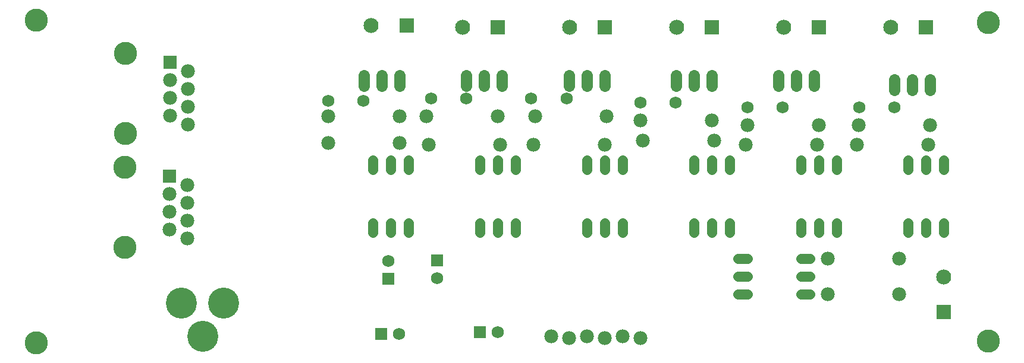
<source format=gbs>
G75*
G70*
%OFA0B0*%
%FSLAX24Y24*%
%IPPOS*%
%LPD*%
%AMOC8*
5,1,8,0,0,1.08239X$1,22.5*
%
%ADD10C,0.1300*%
%ADD11C,0.0780*%
%ADD12C,0.0560*%
%ADD13C,0.0640*%
%ADD14C,0.0690*%
%ADD15R,0.0840X0.0840*%
%ADD16C,0.0840*%
%ADD17R,0.0780X0.0780*%
%ADD18R,0.0690X0.0690*%
%ADD19C,0.1740*%
D10*
X001026Y001026D03*
X006017Y006406D03*
X006017Y010906D03*
X006026Y012776D03*
X006026Y017276D03*
X001026Y019151D03*
X054401Y019026D03*
X054400Y001132D03*
D11*
X049400Y003757D03*
X045400Y003757D03*
X045400Y005757D03*
X049400Y005757D03*
X034900Y001282D03*
X033900Y001382D03*
X032900Y001282D03*
X031900Y001382D03*
X030900Y001282D03*
X029900Y001382D03*
X009517Y006906D03*
X008517Y007406D03*
X009517Y007906D03*
X008517Y008406D03*
X009517Y008906D03*
X008517Y009406D03*
X009517Y009906D03*
X017400Y012257D03*
X017400Y013757D03*
X021400Y013757D03*
X022900Y013757D03*
X021400Y012257D03*
X023045Y012150D03*
X027045Y012150D03*
X028920Y012150D03*
X032920Y012150D03*
X035045Y012400D03*
X034900Y013507D03*
X033025Y013757D03*
X029025Y013757D03*
X026900Y013757D03*
X038900Y013507D03*
X040900Y013257D03*
X039045Y012400D03*
X040795Y012150D03*
X044795Y012150D03*
X047045Y012150D03*
X047150Y013257D03*
X044900Y013257D03*
X051045Y012150D03*
X051150Y013257D03*
X009526Y013276D03*
X008526Y013776D03*
X009526Y014276D03*
X008526Y014776D03*
X009526Y015276D03*
X008526Y015776D03*
X009526Y016276D03*
D12*
X019900Y011277D02*
X019900Y010757D01*
X020900Y010757D02*
X020900Y011277D01*
X021900Y011277D02*
X021900Y010757D01*
X025900Y010757D02*
X025900Y011277D01*
X026900Y011277D02*
X026900Y010757D01*
X027900Y010757D02*
X027900Y011277D01*
X031900Y011277D02*
X031900Y010757D01*
X032900Y010757D02*
X032900Y011277D01*
X033900Y011277D02*
X033900Y010757D01*
X037900Y010757D02*
X037900Y011277D01*
X038900Y011277D02*
X038900Y010757D01*
X039900Y010757D02*
X039900Y011277D01*
X043900Y011277D02*
X043900Y010757D01*
X044900Y010757D02*
X044900Y011277D01*
X045900Y011277D02*
X045900Y010757D01*
X049900Y010757D02*
X049900Y011277D01*
X050900Y011277D02*
X050900Y010757D01*
X051900Y010757D02*
X051900Y011277D01*
X051900Y007757D02*
X051900Y007237D01*
X050900Y007237D02*
X050900Y007757D01*
X049900Y007757D02*
X049900Y007237D01*
X045900Y007237D02*
X045900Y007757D01*
X044900Y007757D02*
X044900Y007237D01*
X043900Y007237D02*
X043900Y007757D01*
X039900Y007757D02*
X039900Y007237D01*
X038900Y007237D02*
X038900Y007757D01*
X037900Y007757D02*
X037900Y007237D01*
X040380Y005757D02*
X040900Y005757D01*
X040900Y004757D02*
X040380Y004757D01*
X040380Y003757D02*
X040900Y003757D01*
X043900Y003757D02*
X044420Y003757D01*
X044420Y004757D02*
X043900Y004757D01*
X043900Y005757D02*
X044420Y005757D01*
X033900Y007237D02*
X033900Y007757D01*
X032900Y007757D02*
X032900Y007237D01*
X031900Y007237D02*
X031900Y007757D01*
X027900Y007757D02*
X027900Y007237D01*
X026900Y007237D02*
X026900Y007757D01*
X025900Y007757D02*
X025900Y007237D01*
X021900Y007237D02*
X021900Y007757D01*
X020900Y007757D02*
X020900Y007237D01*
X019900Y007237D02*
X019900Y007757D01*
D13*
X019400Y015457D02*
X019400Y016057D01*
X020400Y016057D02*
X020400Y015457D01*
X021400Y015457D02*
X021400Y016057D01*
X025150Y016057D02*
X025150Y015457D01*
X026150Y015457D02*
X026150Y016057D01*
X027150Y016057D02*
X027150Y015457D01*
X030900Y015457D02*
X030900Y016057D01*
X031900Y016057D02*
X031900Y015457D01*
X032900Y015457D02*
X032900Y016057D01*
X036900Y016057D02*
X036900Y015457D01*
X037900Y015457D02*
X037900Y016057D01*
X038900Y016057D02*
X038900Y015457D01*
X042650Y015457D02*
X042650Y016057D01*
X043650Y016057D02*
X043650Y015457D01*
X044650Y015457D02*
X044650Y016057D01*
X049150Y015807D02*
X049150Y015207D01*
X050150Y015207D02*
X050150Y015807D01*
X051150Y015807D02*
X051150Y015207D01*
D14*
X049134Y014257D03*
X047166Y014257D03*
X042884Y014257D03*
X040916Y014257D03*
X036884Y014507D03*
X034916Y014507D03*
X030759Y014757D03*
X028791Y014757D03*
X025134Y014757D03*
X023166Y014757D03*
X019384Y014632D03*
X017416Y014632D03*
X020775Y005632D03*
X023507Y004652D03*
X026900Y001632D03*
X021382Y001527D03*
D15*
X051900Y002757D03*
X050900Y018757D03*
X044900Y018757D03*
X038900Y018757D03*
X032900Y018757D03*
X026900Y018757D03*
X021794Y018864D03*
D16*
X019825Y018864D03*
X024932Y018757D03*
X030932Y018757D03*
X036932Y018757D03*
X042932Y018757D03*
X048932Y018757D03*
X051900Y004726D03*
D17*
X008517Y010406D03*
X008526Y016776D03*
D18*
X023507Y005652D03*
X020775Y004632D03*
X025900Y001632D03*
X020382Y001527D03*
D19*
X011543Y003249D03*
X009181Y003249D03*
X010362Y001398D03*
M02*

</source>
